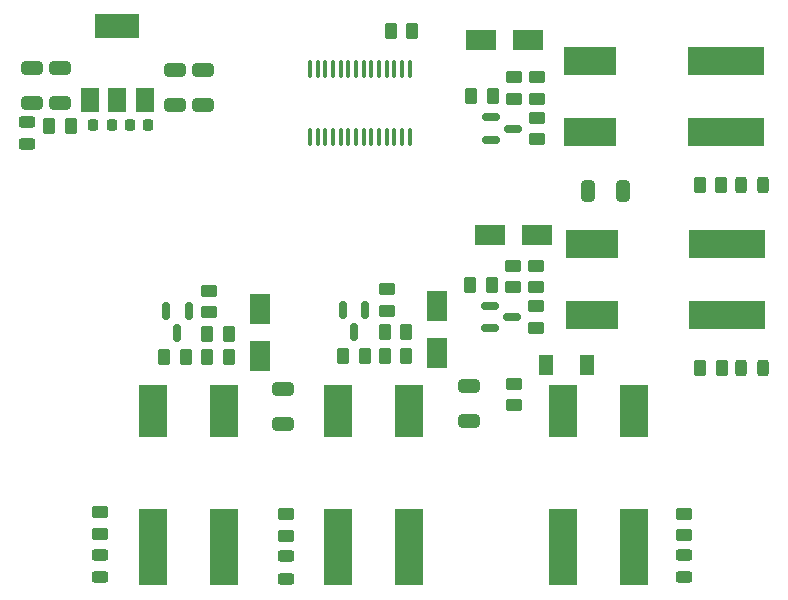
<source format=gbr>
%TF.GenerationSoftware,KiCad,Pcbnew,6.0.7+dfsg-1+b1*%
%TF.CreationDate,2022-09-05T19:20:09+01:00*%
%TF.ProjectId,owl-driver-board,6f776c2d-6472-4697-9665-722d626f6172,rev?*%
%TF.SameCoordinates,Original*%
%TF.FileFunction,Paste,Top*%
%TF.FilePolarity,Positive*%
%FSLAX46Y46*%
G04 Gerber Fmt 4.6, Leading zero omitted, Abs format (unit mm)*
G04 Created by KiCad (PCBNEW 6.0.7+dfsg-1+b1) date 2022-09-05 19:20:09*
%MOMM*%
%LPD*%
G01*
G04 APERTURE LIST*
G04 Aperture macros list*
%AMRoundRect*
0 Rectangle with rounded corners*
0 $1 Rounding radius*
0 $2 $3 $4 $5 $6 $7 $8 $9 X,Y pos of 4 corners*
0 Add a 4 corners polygon primitive as box body*
4,1,4,$2,$3,$4,$5,$6,$7,$8,$9,$2,$3,0*
0 Add four circle primitives for the rounded corners*
1,1,$1+$1,$2,$3*
1,1,$1+$1,$4,$5*
1,1,$1+$1,$6,$7*
1,1,$1+$1,$8,$9*
0 Add four rect primitives between the rounded corners*
20,1,$1+$1,$2,$3,$4,$5,0*
20,1,$1+$1,$4,$5,$6,$7,0*
20,1,$1+$1,$6,$7,$8,$9,0*
20,1,$1+$1,$8,$9,$2,$3,0*%
G04 Aperture macros list end*
%ADD10R,6.502400X2.387600*%
%ADD11R,4.495800X2.387600*%
%ADD12R,2.387600X6.502400*%
%ADD13R,2.387600X4.495800*%
%ADD14R,2.500000X1.800000*%
%ADD15RoundRect,0.250000X0.450000X-0.262500X0.450000X0.262500X-0.450000X0.262500X-0.450000X-0.262500X0*%
%ADD16RoundRect,0.250000X0.650000X-0.325000X0.650000X0.325000X-0.650000X0.325000X-0.650000X-0.325000X0*%
%ADD17RoundRect,0.243750X-0.456250X0.243750X-0.456250X-0.243750X0.456250X-0.243750X0.456250X0.243750X0*%
%ADD18RoundRect,0.250000X0.262500X0.450000X-0.262500X0.450000X-0.262500X-0.450000X0.262500X-0.450000X0*%
%ADD19RoundRect,0.225000X0.225000X0.250000X-0.225000X0.250000X-0.225000X-0.250000X0.225000X-0.250000X0*%
%ADD20RoundRect,0.250000X-0.450000X0.262500X-0.450000X-0.262500X0.450000X-0.262500X0.450000X0.262500X0*%
%ADD21RoundRect,0.243750X-0.243750X-0.456250X0.243750X-0.456250X0.243750X0.456250X-0.243750X0.456250X0*%
%ADD22RoundRect,0.150000X-0.150000X0.587500X-0.150000X-0.587500X0.150000X-0.587500X0.150000X0.587500X0*%
%ADD23RoundRect,0.250000X-0.325000X-0.650000X0.325000X-0.650000X0.325000X0.650000X-0.325000X0.650000X0*%
%ADD24R,1.500000X2.000000*%
%ADD25R,3.800000X2.000000*%
%ADD26RoundRect,0.243750X0.456250X-0.243750X0.456250X0.243750X-0.456250X0.243750X-0.456250X-0.243750X0*%
%ADD27RoundRect,0.250000X-0.262500X-0.450000X0.262500X-0.450000X0.262500X0.450000X-0.262500X0.450000X0*%
%ADD28RoundRect,0.150000X-0.587500X-0.150000X0.587500X-0.150000X0.587500X0.150000X-0.587500X0.150000X0*%
%ADD29RoundRect,0.250000X-0.650000X0.325000X-0.650000X-0.325000X0.650000X-0.325000X0.650000X0.325000X0*%
%ADD30R,1.800000X2.500000*%
%ADD31RoundRect,0.100000X0.100000X-0.637500X0.100000X0.637500X-0.100000X0.637500X-0.100000X-0.637500X0*%
%ADD32R,1.300000X1.700000*%
G04 APERTURE END LIST*
D10*
%TO.C,J7*%
X61093448Y-33300002D03*
X61093448Y-27299998D03*
D11*
X49593450Y-33300002D03*
X49593450Y-27299998D03*
%TD*%
D10*
%TO.C,J8*%
X60993448Y-17750002D03*
X60993448Y-11749998D03*
D11*
X49493450Y-17750002D03*
X49493450Y-11749998D03*
%TD*%
D12*
%TO.C,J4*%
X12449998Y-52893448D03*
X18450002Y-52893448D03*
D13*
X12449998Y-41393450D03*
X18450002Y-41393450D03*
%TD*%
D12*
%TO.C,J5*%
X28124998Y-52893448D03*
X34125002Y-52893448D03*
D13*
X28124998Y-41393450D03*
X34125002Y-41393450D03*
%TD*%
D12*
%TO.C,J3*%
X47199998Y-52943448D03*
X53200002Y-52943448D03*
D13*
X47199998Y-41443450D03*
X53200002Y-41443450D03*
%TD*%
D14*
%TO.C,D28*%
X44250000Y-9950000D03*
X40250000Y-9950000D03*
%TD*%
D15*
%TO.C,R1*%
X57400000Y-51912500D03*
X57400000Y-50087500D03*
%TD*%
D16*
%TO.C,C4*%
X16700000Y-15475000D03*
X16700000Y-12525000D03*
%TD*%
D17*
%TO.C,D4*%
X8000000Y-53562500D03*
X8000000Y-55437500D03*
%TD*%
%TO.C,D1*%
X57400000Y-53616815D03*
X57400000Y-55491815D03*
%TD*%
D16*
%TO.C,C5*%
X14325000Y-15475000D03*
X14325000Y-12525000D03*
%TD*%
D18*
%TO.C,R21*%
X33912500Y-34750000D03*
X32087500Y-34750000D03*
%TD*%
D19*
%TO.C,C9*%
X8975000Y-17225000D03*
X7425000Y-17225000D03*
%TD*%
D18*
%TO.C,R20*%
X41212500Y-14750000D03*
X39387500Y-14750000D03*
%TD*%
D20*
%TO.C,R12*%
X42925000Y-29112500D03*
X42925000Y-30937500D03*
%TD*%
D15*
%TO.C,R9*%
X17225000Y-33037500D03*
X17225000Y-31212500D03*
%TD*%
D21*
%TO.C,D5*%
X62262500Y-37750000D03*
X64137500Y-37750000D03*
%TD*%
D22*
%TO.C,Q4*%
X15475000Y-32937500D03*
X13575000Y-32937500D03*
X14525000Y-34812500D03*
%TD*%
D17*
%TO.C,D19*%
X23750000Y-53712500D03*
X23750000Y-55587500D03*
%TD*%
D22*
%TO.C,Q8*%
X30450000Y-32812500D03*
X28550000Y-32812500D03*
X29500000Y-34687500D03*
%TD*%
D18*
%TO.C,R10*%
X41137500Y-30750000D03*
X39312500Y-30750000D03*
%TD*%
%TO.C,R16*%
X60562500Y-22250000D03*
X58737500Y-22250000D03*
%TD*%
D23*
%TO.C,C12*%
X49275000Y-22750000D03*
X52225000Y-22750000D03*
%TD*%
D24*
%TO.C,U1*%
X7150000Y-15100000D03*
D25*
X9450000Y-8800000D03*
D24*
X9450000Y-15100000D03*
X11750000Y-15100000D03*
%TD*%
D26*
%TO.C,D29*%
X1800000Y-18837500D03*
X1800000Y-16962500D03*
%TD*%
D27*
%TO.C,R13*%
X32087500Y-36750000D03*
X33912500Y-36750000D03*
%TD*%
D15*
%TO.C,R19*%
X32250000Y-32912500D03*
X32250000Y-31087500D03*
%TD*%
D21*
%TO.C,D20*%
X62212500Y-22250000D03*
X64087500Y-22250000D03*
%TD*%
D27*
%TO.C,R23*%
X3687500Y-17300000D03*
X5512500Y-17300000D03*
%TD*%
D28*
%TO.C,Q9*%
X41062500Y-16550000D03*
X41062500Y-18450000D03*
X42937500Y-17500000D03*
%TD*%
D19*
%TO.C,C6*%
X12050000Y-17225000D03*
X10500000Y-17225000D03*
%TD*%
D29*
%TO.C,C1*%
X39250000Y-39275000D03*
X39250000Y-42225000D03*
%TD*%
D14*
%TO.C,D15*%
X45000000Y-26500000D03*
X41000000Y-26500000D03*
%TD*%
D29*
%TO.C,C7*%
X4600000Y-12375000D03*
X4600000Y-15325000D03*
%TD*%
D30*
%TO.C,D27*%
X36500000Y-36500000D03*
X36500000Y-32500000D03*
%TD*%
D28*
%TO.C,Q5*%
X41012500Y-32500000D03*
X41012500Y-34400000D03*
X42887500Y-33450000D03*
%TD*%
D15*
%TO.C,R15*%
X23750000Y-51962500D03*
X23750000Y-50137500D03*
%TD*%
%TO.C,R14*%
X45000000Y-14962500D03*
X45000000Y-13137500D03*
%TD*%
D18*
%TO.C,R11*%
X18862500Y-34850000D03*
X17037500Y-34850000D03*
%TD*%
D27*
%TO.C,R17*%
X28587500Y-36750000D03*
X30412500Y-36750000D03*
%TD*%
D15*
%TO.C,R4*%
X8000000Y-51812500D03*
X8000000Y-49987500D03*
%TD*%
%TO.C,R7*%
X44900000Y-34362500D03*
X44900000Y-32537500D03*
%TD*%
%TO.C,R18*%
X45000000Y-18387500D03*
X45000000Y-16562500D03*
%TD*%
D18*
%TO.C,R5*%
X60612500Y-37750000D03*
X58787500Y-37750000D03*
%TD*%
D29*
%TO.C,C3*%
X23500000Y-39525000D03*
X23500000Y-42475000D03*
%TD*%
D31*
%TO.C,U2*%
X25750000Y-18187500D03*
X26400000Y-18187500D03*
X27050000Y-18187500D03*
X27700000Y-18187500D03*
X28350000Y-18187500D03*
X29000000Y-18187500D03*
X29650000Y-18187500D03*
X30300000Y-18187500D03*
X30950000Y-18187500D03*
X31600000Y-18187500D03*
X32250000Y-18187500D03*
X32900000Y-18187500D03*
X33550000Y-18187500D03*
X34200000Y-18187500D03*
X34200000Y-12462500D03*
X33550000Y-12462500D03*
X32900000Y-12462500D03*
X32250000Y-12462500D03*
X31600000Y-12462500D03*
X30950000Y-12462500D03*
X30300000Y-12462500D03*
X29650000Y-12462500D03*
X29000000Y-12462500D03*
X28350000Y-12462500D03*
X27700000Y-12462500D03*
X27050000Y-12462500D03*
X26400000Y-12462500D03*
X25750000Y-12462500D03*
%TD*%
D20*
%TO.C,R22*%
X43025000Y-13137500D03*
X43025000Y-14962500D03*
%TD*%
D27*
%TO.C,R6*%
X13424472Y-36845799D03*
X15249472Y-36845799D03*
%TD*%
D18*
%TO.C,R28*%
X34412500Y-9250000D03*
X32587500Y-9250000D03*
%TD*%
D29*
%TO.C,C8*%
X2225000Y-12375000D03*
X2225000Y-15325000D03*
%TD*%
D30*
%TO.C,D14*%
X21500000Y-36750000D03*
X21500000Y-32750000D03*
%TD*%
D15*
%TO.C,R8*%
X43000000Y-40912500D03*
X43000000Y-39087500D03*
%TD*%
D27*
%TO.C,R2*%
X17037500Y-36850000D03*
X18862500Y-36850000D03*
%TD*%
D15*
%TO.C,R3*%
X44900000Y-30937500D03*
X44900000Y-29112500D03*
%TD*%
D32*
%TO.C,D6*%
X49250000Y-37500000D03*
X45750000Y-37500000D03*
%TD*%
M02*

</source>
